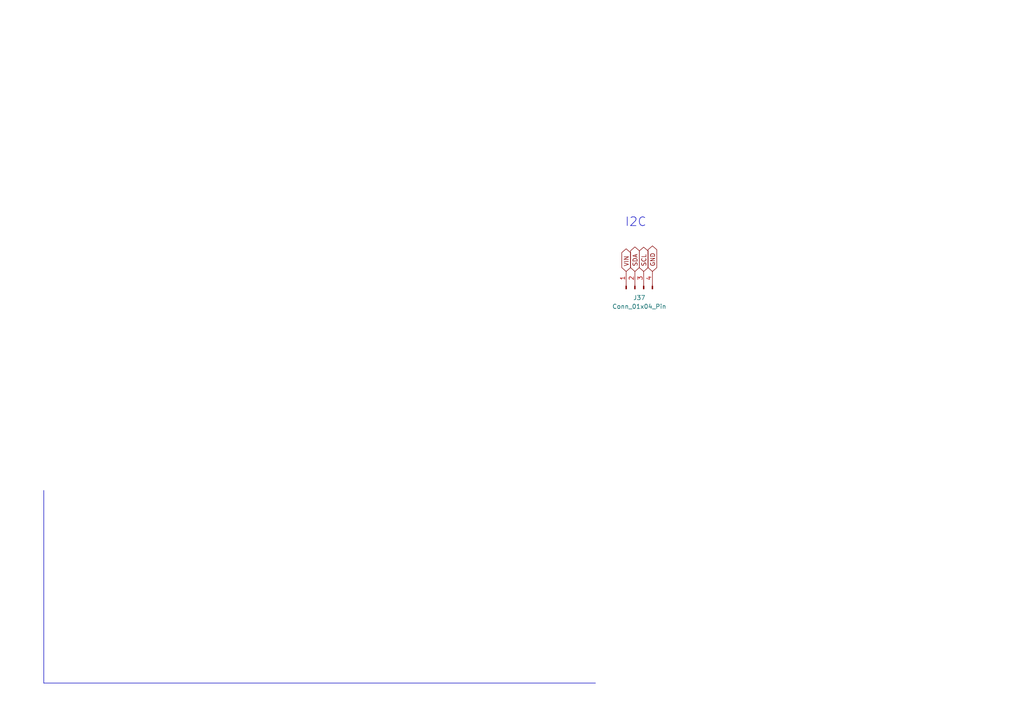
<source format=kicad_sch>
(kicad_sch (version 20231120) (generator "eeschema") (generator_version "8.0")
  (paper "A4")
  (lib_symbols
    (symbol "Connector:Conn_01x04_Pin" (pin_names (offset 1.016) hide)
      (property "Reference" "J" (at 0 5.08 0))
      (property "Value" "Conn_01x04_Pin" (at 0 -7.62 0))
      (symbol "Conn_01x04_Pin_1_1"
        (polyline (pts (xy 1.27 -5.08) (xy 0.8636 -5.08)) (stroke (width 0.1524)))
        (polyline (pts (xy 1.27 -2.54) (xy 0.8636 -2.54)) (stroke (width 0.1524)))
        (polyline (pts (xy 1.27 0) (xy 0.8636 0)) (stroke (width 0.1524)))
        (polyline (pts (xy 1.27 2.54) (xy 0.8636 2.54)) (stroke (width 0.1524)))
        (rectangle (start 0.8636 -4.953) (end 0 -5.207) (stroke (width 0.1524)) (fill (type outline)))
        (rectangle (start 0.8636 -2.413) (end 0 -2.667) (stroke (width 0.1524)) (fill (type outline)))
        (rectangle (start 0.8636 0.127) (end 0 -0.127) (stroke (width 0.1524)) (fill (type outline)))
        (rectangle (start 0.8636 2.667) (end 0 2.413) (stroke (width 0.1524)) (fill (type outline)))
        (pin passive line (at 5.08 2.54 180) (length 3.81) (name "Pin_1") (number "1"))
        (pin passive line (at 5.08 0 180) (length 3.81) (name "Pin_2") (number "2"))
        (pin passive line (at 5.08 -2.54 180) (length 3.81) (name "Pin_3") (number "3"))
        (pin passive line (at 5.08 -5.08 180) (length 3.81) (name "Pin_4") (number "4"))
      )
    )
  )
  (polyline (pts (xy 12.7 198.12) (xy 12.7 142.24)))
  (polyline (pts (xy 172.72 198.12) (xy 12.7 198.12)))
  (text "I2C\n" (at 184.404 64.516 0) (effects (font (size 2.54 2.54))))
  (global_label "SCL" (shape bidirectional) (at 186.69 78.74 90) (property "Intersheetrefs" "${INTERSHEET_REFS}" (effects (hide yes))))
  (global_label "VIN" (shape bidirectional) (at 181.61 78.74 90) (property "Intersheetrefs" "${INTERSHEET_REFS}" (effects (hide yes))))
  (global_label "SDA" (shape bidirectional) (at 184.15 78.74 90) (property "Intersheetrefs" "${INTERSHEET_REFS}" (effects (hide yes))))
  (global_label "GND" (shape bidirectional) (at 189.23 78.74 90) (property "Intersheetrefs" "${INTERSHEET_REFS}" (effects (hide yes))))
  (symbol (lib_id "Connector:Conn_01x04_Pin") (at 184.15 83.82 90) (unit 1)
    (property "Reference" "J37" (at 185.42 86.36 90))
    (property "Value" "Conn_01x04_Pin" (at 185.42 88.9 90))
    (property "Footprint" "Connector_PinHeader_2.54mm:PinHeader_1x04_P2.54mm_Vertical" (effects (hide yes)))
    (property "Description" "Generic connector, single row, 01x04, script generated" (effects (hide yes)))
  )
)
</source>
